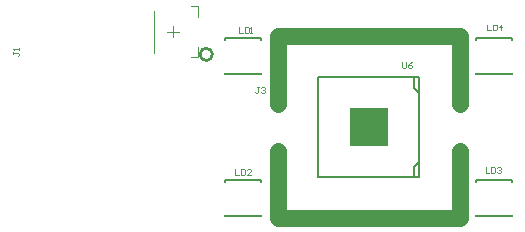
<source format=gto>
%FSLAX44Y44*%
%MOMM*%
G71*
G01*
G75*
%ADD10R,0.4000X1.0000*%
%ADD11R,1.0000X0.4000*%
%ADD12R,0.7250X2.3500*%
%ADD13R,3.0000X2.1000*%
%ADD14R,1.6000X0.8000*%
%ADD15C,0.2000*%
%ADD16C,0.2540*%
%ADD17C,0.4000*%
%ADD18C,0.3000*%
%ADD19R,1.1000X0.4000*%
%ADD20R,1.9250X2.3500*%
%ADD21C,4.0000*%
G04:AMPARAMS|DCode=22|XSize=4.7mm|YSize=4mm|CornerRadius=2mm|HoleSize=0mm|Usage=FLASHONLY|Rotation=45.000|XOffset=0mm|YOffset=0mm|HoleType=Round|Shape=RoundedRectangle|*
%AMROUNDEDRECTD22*
21,1,4.7000,0.0000,0,0,45.0*
21,1,0.7000,4.0000,0,0,45.0*
1,1,4.0000,0.2475,0.2475*
1,1,4.0000,-0.2475,-0.2475*
1,1,4.0000,-0.2475,-0.2475*
1,1,4.0000,0.2475,0.2475*
%
%ADD22ROUNDEDRECTD22*%
G04:AMPARAMS|DCode=23|XSize=4.7mm|YSize=4mm|CornerRadius=2mm|HoleSize=0mm|Usage=FLASHONLY|Rotation=-45.000|XOffset=0mm|YOffset=0mm|HoleType=Round|Shape=RoundedRectangle|*
%AMROUNDEDRECTD23*
21,1,4.7000,0.0000,0,0,-45.0*
21,1,0.7000,4.0000,0,0,-45.0*
1,1,4.0000,0.2475,-0.2475*
1,1,4.0000,-0.2475,0.2475*
1,1,4.0000,-0.2475,0.2475*
1,1,4.0000,0.2475,-0.2475*
%
%ADD23ROUNDEDRECTD23*%
%ADD24C,0.5000*%
%ADD25C,0.5000*%
%ADD26C,3.6000*%
%ADD27R,0.5000X0.6000*%
%ADD28R,0.6000X0.5000*%
%ADD29R,1.1000X0.5000*%
%ADD30R,2.1844X2.4130*%
%ADD31R,0.3000X1.1000*%
%ADD32R,1.2700X0.5080*%
%ADD33R,2.4000X1.2500*%
%ADD34R,1.2000X1.2500*%
%ADD35R,0.5000X1.1000*%
%ADD36R,0.8890X1.0160*%
%ADD37C,0.8000*%
%ADD38R,0.8128X0.8128*%
%ADD39R,1.2000X1.4000*%
%ADD40R,1.2000X1.6000*%
%ADD41R,1.2954X1.6002*%
%ADD42R,1.3970X1.3970*%
%ADD43R,0.8128X0.8128*%
%ADD44O,0.3000X1.5000*%
%ADD45R,2.1800X1.7200*%
%ADD46C,4.4000*%
%ADD47C,0.1270*%
%ADD48C,1.4000*%
%ADD49C,0.1200*%
%ADD50C,0.1000*%
%ADD51R,3.2000X3.2000*%
D16*
X-132298Y61750D02*
G03*
X-132298Y61750I-5202J0D01*
G01*
D47*
X38250Y33250D02*
X42250Y29250D01*
X38250Y33250D02*
Y42500D01*
Y-33250D02*
X42250Y-29250D01*
X38250Y-42500D02*
Y-33250D01*
X42500Y-42500D02*
Y42500D01*
X-42500Y-42500D02*
Y42500D01*
X42500D01*
X-42500Y-42500D02*
X42500D01*
X-90750Y74000D02*
Y75250D01*
Y44750D02*
Y46000D01*
X-121250Y74000D02*
Y75250D01*
Y44750D02*
Y46000D01*
Y44750D02*
X-90750D01*
X-121250Y75250D02*
X-90750D01*
X90750Y44750D02*
Y46000D01*
Y74000D02*
Y75250D01*
X121250Y44750D02*
Y46000D01*
Y74000D02*
Y75250D01*
X90750D02*
X121250D01*
X90750Y44750D02*
X121250D01*
X90750Y-75250D02*
Y-74000D01*
Y-46000D02*
Y-44750D01*
X121250Y-75250D02*
Y-74000D01*
Y-46000D02*
Y-44750D01*
X90750D02*
X121250D01*
X90750Y-75250D02*
X121250D01*
X-90750Y-46000D02*
Y-44750D01*
Y-75250D02*
Y-74000D01*
X-121250Y-46000D02*
Y-44750D01*
Y-75250D02*
Y-74000D01*
Y-75250D02*
X-90750D01*
X-121250Y-44750D02*
X-90750D01*
D48*
X-77000Y77000D02*
X77000D01*
Y20000D02*
Y77000D01*
X-77000Y20000D02*
Y77000D01*
Y-77000D02*
Y-20000D01*
Y-77000D02*
X77000D01*
Y-20000D01*
D49*
X-144750Y93700D02*
Y102250D01*
X-181750Y63220D02*
Y98780D01*
X-144750Y59750D02*
Y68300D01*
X-171030Y81000D02*
X-160870D01*
X-165950Y76080D02*
Y86080D01*
X-150710Y59750D02*
X-144750D01*
X-150710Y102250D02*
X-144750D01*
D50*
X28000Y54998D02*
Y50833D01*
X28833Y50000D01*
X30499D01*
X31332Y50833D01*
Y54998D01*
X36331D02*
X34664Y54165D01*
X32998Y52499D01*
Y50833D01*
X33831Y50000D01*
X35498D01*
X36331Y50833D01*
Y51666D01*
X35498Y52499D01*
X32998D01*
X-110000Y84998D02*
Y80000D01*
X-106668D01*
X-105002Y84998D02*
Y80000D01*
X-102502D01*
X-101669Y80833D01*
Y84165D01*
X-102502Y84998D01*
X-105002D01*
X-100003Y80000D02*
X-98337D01*
X-99170D01*
Y84998D01*
X-100003Y84165D01*
X100000Y86998D02*
Y82000D01*
X103332D01*
X104998Y86998D02*
Y82000D01*
X107498D01*
X108331Y82833D01*
Y86165D01*
X107498Y86998D01*
X104998D01*
X112496Y82000D02*
Y86998D01*
X109997Y84499D01*
X113329D01*
X99000Y-34002D02*
Y-39000D01*
X102332D01*
X103998Y-34002D02*
Y-39000D01*
X106498D01*
X107331Y-38167D01*
Y-34835D01*
X106498Y-34002D01*
X103998D01*
X108997Y-34835D02*
X109830Y-34002D01*
X111496D01*
X112329Y-34835D01*
Y-35668D01*
X111496Y-36501D01*
X110663D01*
X111496D01*
X112329Y-37334D01*
Y-38167D01*
X111496Y-39000D01*
X109830D01*
X108997Y-38167D01*
X-113000Y-35002D02*
Y-40000D01*
X-109668D01*
X-108002Y-35002D02*
Y-40000D01*
X-105503D01*
X-104669Y-39167D01*
Y-35835D01*
X-105503Y-35002D01*
X-108002D01*
X-99671Y-40000D02*
X-103003D01*
X-99671Y-36668D01*
Y-35835D01*
X-100504Y-35002D01*
X-102170D01*
X-103003Y-35835D01*
X-92668Y33998D02*
X-94334D01*
X-93501D01*
Y29833D01*
X-94334Y29000D01*
X-95167D01*
X-96000Y29833D01*
X-91002Y33165D02*
X-90169Y33998D01*
X-88503D01*
X-87669Y33165D01*
Y32332D01*
X-88503Y31499D01*
X-89335D01*
X-88503D01*
X-87669Y30666D01*
Y29833D01*
X-88503Y29000D01*
X-90169D01*
X-91002Y29833D01*
X-300998Y63632D02*
Y61966D01*
Y62799D01*
X-296833D01*
X-296000Y61966D01*
Y61133D01*
X-296833Y60300D01*
X-296000Y65298D02*
Y66965D01*
Y66131D01*
X-300998D01*
X-300165Y65298D01*
D51*
X0Y0D02*
D03*
M02*

</source>
